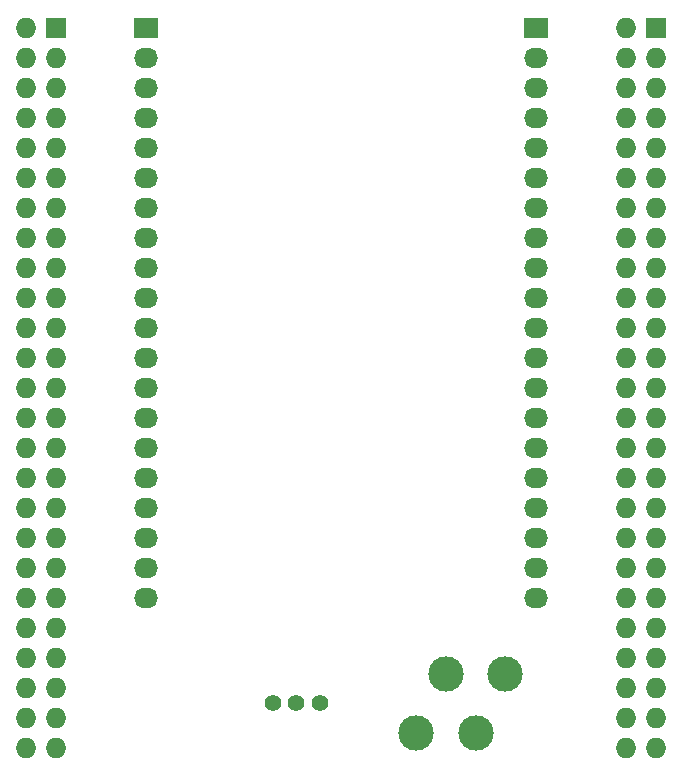
<source format=gbs>
G04 #@! TF.FileFunction,Soldermask,Bot*
%FSLAX46Y46*%
G04 Gerber Fmt 4.6, Leading zero omitted, Abs format (unit mm)*
G04 Created by KiCad (PCBNEW (2015-01-16 BZR 5376)-product) date 5/29/2015 7:58:35 PM*
%MOMM*%
G01*
G04 APERTURE LIST*
%ADD10C,0.100000*%
%ADD11R,1.727200X1.727200*%
%ADD12O,1.727200X1.727200*%
%ADD13C,3.000000*%
%ADD14R,2.032000X1.727200*%
%ADD15O,2.032000X1.727200*%
%ADD16C,1.400000*%
G04 APERTURE END LIST*
D10*
D11*
X111760000Y-36830000D03*
D12*
X109220000Y-36830000D03*
X111760000Y-39370000D03*
X109220000Y-39370000D03*
X111760000Y-41910000D03*
X109220000Y-41910000D03*
X111760000Y-44450000D03*
X109220000Y-44450000D03*
X111760000Y-46990000D03*
X109220000Y-46990000D03*
X111760000Y-49530000D03*
X109220000Y-49530000D03*
X111760000Y-52070000D03*
X109220000Y-52070000D03*
X111760000Y-54610000D03*
X109220000Y-54610000D03*
X111760000Y-57150000D03*
X109220000Y-57150000D03*
X111760000Y-59690000D03*
X109220000Y-59690000D03*
X111760000Y-62230000D03*
X109220000Y-62230000D03*
X111760000Y-64770000D03*
X109220000Y-64770000D03*
X111760000Y-67310000D03*
X109220000Y-67310000D03*
X111760000Y-69850000D03*
X109220000Y-69850000D03*
X111760000Y-72390000D03*
X109220000Y-72390000D03*
X111760000Y-74930000D03*
X109220000Y-74930000D03*
X111760000Y-77470000D03*
X109220000Y-77470000D03*
X111760000Y-80010000D03*
X109220000Y-80010000D03*
X111760000Y-82550000D03*
X109220000Y-82550000D03*
X111760000Y-85090000D03*
X109220000Y-85090000D03*
X111760000Y-87630000D03*
X109220000Y-87630000D03*
X111760000Y-90170000D03*
X109220000Y-90170000D03*
X111760000Y-92710000D03*
X109220000Y-92710000D03*
X111760000Y-95250000D03*
X109220000Y-95250000D03*
X111760000Y-97790000D03*
X109220000Y-97790000D03*
D13*
X98939360Y-91518740D03*
X96440000Y-96520000D03*
X91440000Y-96520000D03*
X93939360Y-91518740D03*
D11*
X60960000Y-36830000D03*
D12*
X58420000Y-36830000D03*
X60960000Y-39370000D03*
X58420000Y-39370000D03*
X60960000Y-41910000D03*
X58420000Y-41910000D03*
X60960000Y-44450000D03*
X58420000Y-44450000D03*
X60960000Y-46990000D03*
X58420000Y-46990000D03*
X60960000Y-49530000D03*
X58420000Y-49530000D03*
X60960000Y-52070000D03*
X58420000Y-52070000D03*
X60960000Y-54610000D03*
X58420000Y-54610000D03*
X60960000Y-57150000D03*
X58420000Y-57150000D03*
X60960000Y-59690000D03*
X58420000Y-59690000D03*
X60960000Y-62230000D03*
X58420000Y-62230000D03*
X60960000Y-64770000D03*
X58420000Y-64770000D03*
X60960000Y-67310000D03*
X58420000Y-67310000D03*
X60960000Y-69850000D03*
X58420000Y-69850000D03*
X60960000Y-72390000D03*
X58420000Y-72390000D03*
X60960000Y-74930000D03*
X58420000Y-74930000D03*
X60960000Y-77470000D03*
X58420000Y-77470000D03*
X60960000Y-80010000D03*
X58420000Y-80010000D03*
X60960000Y-82550000D03*
X58420000Y-82550000D03*
X60960000Y-85090000D03*
X58420000Y-85090000D03*
X60960000Y-87630000D03*
X58420000Y-87630000D03*
X60960000Y-90170000D03*
X58420000Y-90170000D03*
X60960000Y-92710000D03*
X58420000Y-92710000D03*
X60960000Y-95250000D03*
X58420000Y-95250000D03*
X60960000Y-97790000D03*
X58420000Y-97790000D03*
D14*
X68580000Y-36830000D03*
D15*
X68580000Y-39370000D03*
X68580000Y-41910000D03*
X68580000Y-44450000D03*
X68580000Y-46990000D03*
X68580000Y-49530000D03*
X68580000Y-52070000D03*
X68580000Y-54610000D03*
X68580000Y-57150000D03*
X68580000Y-59690000D03*
X68580000Y-62230000D03*
X68580000Y-64770000D03*
X68580000Y-67310000D03*
X68580000Y-69850000D03*
X68580000Y-72390000D03*
X68580000Y-74930000D03*
X68580000Y-77470000D03*
X68580000Y-80010000D03*
X68580000Y-82550000D03*
X68580000Y-85090000D03*
D14*
X101600000Y-36830000D03*
D15*
X101600000Y-39370000D03*
X101600000Y-41910000D03*
X101600000Y-44450000D03*
X101600000Y-46990000D03*
X101600000Y-49530000D03*
X101600000Y-52070000D03*
X101600000Y-54610000D03*
X101600000Y-57150000D03*
X101600000Y-59690000D03*
X101600000Y-62230000D03*
X101600000Y-64770000D03*
X101600000Y-67310000D03*
X101600000Y-69850000D03*
X101600000Y-72390000D03*
X101600000Y-74930000D03*
X101600000Y-77470000D03*
X101600000Y-80010000D03*
X101600000Y-82550000D03*
X101600000Y-85090000D03*
D16*
X81280000Y-93980000D03*
X83280000Y-93980000D03*
X79280000Y-93980000D03*
M02*

</source>
